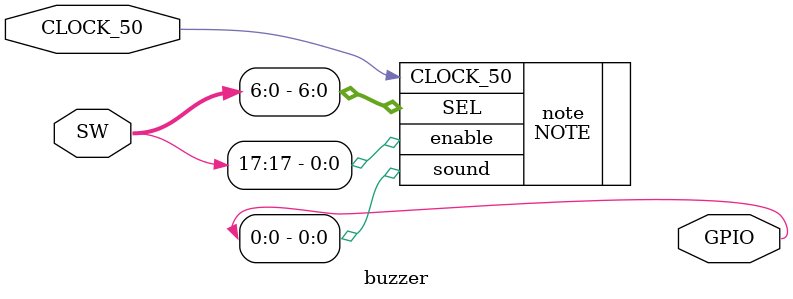
<source format=v>
 /* Passive buzzer KY-006 
	 Left to right, pins facing down:	
    Signal, +5V, Ground */

module buzzer(
	 input [17:0]SW,		// selects Melody
	 //input [6:0]SEL,
	 //input TIMER,
    input CLOCK_50,		// clock 50MHZ
	 output [1:0]GPIO		// GPIO[0] for connecting passive buzzer
    );
 	 
		
	 
    NOTE note(
		  .enable(SW[17]),
		  //.SEL(SEL[6:0]
		  //.TIMER(TIMER),
        .SEL(SW[6:0]),
        .CLOCK_50(CLOCK_50),
        .sound(GPIO[0])
		  );
 
	
	
	
	endmodule

</source>
